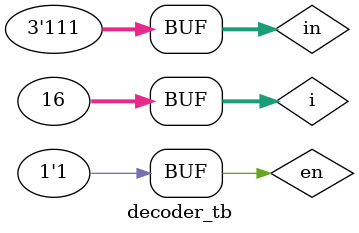
<source format=sv>
module decoder_tb;
wire [7:0] out;
reg [2:0] in;
reg en;
integer i;
  decoder3to8 dut(en, in, out);

initial begin  
  $monitor( "en=%b, in=%b, out=%b ", en, in, out);
   for ( i=0; i<16; i=i+1) 
        begin
           {en,in}  = i;
            #1;
        end
end
endmodule
</source>
